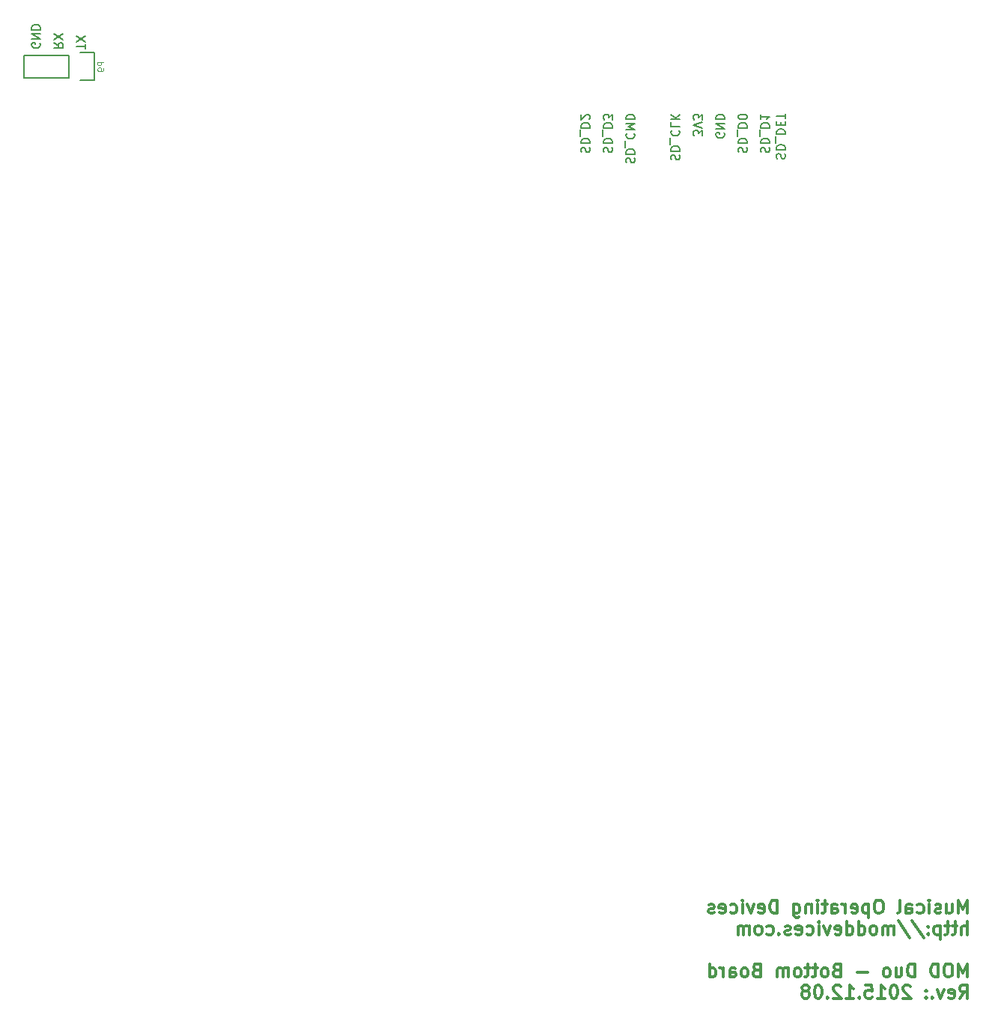
<source format=gbr>
G04 #@! TF.FileFunction,Legend,Bot*
%FSLAX46Y46*%
G04 Gerber Fmt 4.6, Leading zero omitted, Abs format (unit mm)*
G04 Created by KiCad (PCBNEW no-vcs-found-product) date Tue 08 Dec 2015 09:39:45 PM BRST*
%MOMM*%
G01*
G04 APERTURE LIST*
%ADD10C,0.100000*%
%ADD11C,0.150000*%
%ADD12C,0.300000*%
G04 APERTURE END LIST*
D10*
D11*
X88302298Y-32010957D02*
X88254679Y-31868100D01*
X88254679Y-31630004D01*
X88302298Y-31534766D01*
X88349917Y-31487147D01*
X88445155Y-31439528D01*
X88540393Y-31439528D01*
X88635631Y-31487147D01*
X88683250Y-31534766D01*
X88730870Y-31630004D01*
X88778489Y-31820481D01*
X88826108Y-31915719D01*
X88873727Y-31963338D01*
X88968965Y-32010957D01*
X89064203Y-32010957D01*
X89159441Y-31963338D01*
X89207060Y-31915719D01*
X89254679Y-31820481D01*
X89254679Y-31582385D01*
X89207060Y-31439528D01*
X88254679Y-31010957D02*
X89254679Y-31010957D01*
X89254679Y-30772862D01*
X89207060Y-30630004D01*
X89111822Y-30534766D01*
X89016584Y-30487147D01*
X88826108Y-30439528D01*
X88683250Y-30439528D01*
X88492774Y-30487147D01*
X88397536Y-30534766D01*
X88302298Y-30630004D01*
X88254679Y-30772862D01*
X88254679Y-31010957D01*
X88159441Y-30249052D02*
X88159441Y-29487147D01*
X88254679Y-29249052D02*
X89254679Y-29249052D01*
X89254679Y-29010957D01*
X89207060Y-28868099D01*
X89111822Y-28772861D01*
X89016584Y-28725242D01*
X88826108Y-28677623D01*
X88683250Y-28677623D01*
X88492774Y-28725242D01*
X88397536Y-28772861D01*
X88302298Y-28868099D01*
X88254679Y-29010957D01*
X88254679Y-29249052D01*
X88778489Y-28249052D02*
X88778489Y-27915718D01*
X88254679Y-27772861D02*
X88254679Y-28249052D01*
X89254679Y-28249052D01*
X89254679Y-27772861D01*
X89254679Y-27487147D02*
X89254679Y-26915718D01*
X88254679Y-27201433D02*
X89254679Y-27201433D01*
X82349060Y-29106194D02*
X82396679Y-29201432D01*
X82396679Y-29344289D01*
X82349060Y-29487147D01*
X82253822Y-29582385D01*
X82158584Y-29630004D01*
X81968108Y-29677623D01*
X81825250Y-29677623D01*
X81634774Y-29630004D01*
X81539536Y-29582385D01*
X81444298Y-29487147D01*
X81396679Y-29344289D01*
X81396679Y-29249051D01*
X81444298Y-29106194D01*
X81491917Y-29058575D01*
X81825250Y-29058575D01*
X81825250Y-29249051D01*
X81396679Y-28630004D02*
X82396679Y-28630004D01*
X81396679Y-28058575D01*
X82396679Y-28058575D01*
X81396679Y-27582385D02*
X82396679Y-27582385D01*
X82396679Y-27344290D01*
X82349060Y-27201432D01*
X82253822Y-27106194D01*
X82158584Y-27058575D01*
X81968108Y-27010956D01*
X81825250Y-27010956D01*
X81634774Y-27058575D01*
X81539536Y-27106194D01*
X81444298Y-27201432D01*
X81396679Y-27344290D01*
X81396679Y-27582385D01*
X79856679Y-29439528D02*
X79856679Y-28820480D01*
X79475727Y-29153814D01*
X79475727Y-29010956D01*
X79428108Y-28915718D01*
X79380489Y-28868099D01*
X79285250Y-28820480D01*
X79047155Y-28820480D01*
X78951917Y-28868099D01*
X78904298Y-28915718D01*
X78856679Y-29010956D01*
X78856679Y-29296671D01*
X78904298Y-29391909D01*
X78951917Y-29439528D01*
X79856679Y-28534766D02*
X78856679Y-28201433D01*
X79856679Y-27868099D01*
X79856679Y-27630004D02*
X79856679Y-27010956D01*
X79475727Y-27344290D01*
X79475727Y-27201432D01*
X79428108Y-27106194D01*
X79380489Y-27058575D01*
X79285250Y-27010956D01*
X79047155Y-27010956D01*
X78951917Y-27058575D01*
X78904298Y-27106194D01*
X78856679Y-27201432D01*
X78856679Y-27487147D01*
X78904298Y-27582385D01*
X78951917Y-27630004D01*
X83984298Y-31296671D02*
X83936679Y-31153814D01*
X83936679Y-30915718D01*
X83984298Y-30820480D01*
X84031917Y-30772861D01*
X84127155Y-30725242D01*
X84222393Y-30725242D01*
X84317631Y-30772861D01*
X84365250Y-30820480D01*
X84412870Y-30915718D01*
X84460489Y-31106195D01*
X84508108Y-31201433D01*
X84555727Y-31249052D01*
X84650965Y-31296671D01*
X84746203Y-31296671D01*
X84841441Y-31249052D01*
X84889060Y-31201433D01*
X84936679Y-31106195D01*
X84936679Y-30868099D01*
X84889060Y-30725242D01*
X83936679Y-30296671D02*
X84936679Y-30296671D01*
X84936679Y-30058576D01*
X84889060Y-29915718D01*
X84793822Y-29820480D01*
X84698584Y-29772861D01*
X84508108Y-29725242D01*
X84365250Y-29725242D01*
X84174774Y-29772861D01*
X84079536Y-29820480D01*
X83984298Y-29915718D01*
X83936679Y-30058576D01*
X83936679Y-30296671D01*
X83841441Y-29534766D02*
X83841441Y-28772861D01*
X83936679Y-28534766D02*
X84936679Y-28534766D01*
X84936679Y-28296671D01*
X84889060Y-28153813D01*
X84793822Y-28058575D01*
X84698584Y-28010956D01*
X84508108Y-27963337D01*
X84365250Y-27963337D01*
X84174774Y-28010956D01*
X84079536Y-28058575D01*
X83984298Y-28153813D01*
X83936679Y-28296671D01*
X83936679Y-28534766D01*
X84936679Y-27344290D02*
X84936679Y-27249051D01*
X84889060Y-27153813D01*
X84841441Y-27106194D01*
X84746203Y-27058575D01*
X84555727Y-27010956D01*
X84317631Y-27010956D01*
X84127155Y-27058575D01*
X84031917Y-27106194D01*
X83984298Y-27153813D01*
X83936679Y-27249051D01*
X83936679Y-27344290D01*
X83984298Y-27439528D01*
X84031917Y-27487147D01*
X84127155Y-27534766D01*
X84317631Y-27582385D01*
X84555727Y-27582385D01*
X84746203Y-27534766D01*
X84841441Y-27487147D01*
X84889060Y-27439528D01*
X84936679Y-27344290D01*
X86524298Y-31296671D02*
X86476679Y-31153814D01*
X86476679Y-30915718D01*
X86524298Y-30820480D01*
X86571917Y-30772861D01*
X86667155Y-30725242D01*
X86762393Y-30725242D01*
X86857631Y-30772861D01*
X86905250Y-30820480D01*
X86952870Y-30915718D01*
X87000489Y-31106195D01*
X87048108Y-31201433D01*
X87095727Y-31249052D01*
X87190965Y-31296671D01*
X87286203Y-31296671D01*
X87381441Y-31249052D01*
X87429060Y-31201433D01*
X87476679Y-31106195D01*
X87476679Y-30868099D01*
X87429060Y-30725242D01*
X86476679Y-30296671D02*
X87476679Y-30296671D01*
X87476679Y-30058576D01*
X87429060Y-29915718D01*
X87333822Y-29820480D01*
X87238584Y-29772861D01*
X87048108Y-29725242D01*
X86905250Y-29725242D01*
X86714774Y-29772861D01*
X86619536Y-29820480D01*
X86524298Y-29915718D01*
X86476679Y-30058576D01*
X86476679Y-30296671D01*
X86381441Y-29534766D02*
X86381441Y-28772861D01*
X86476679Y-28534766D02*
X87476679Y-28534766D01*
X87476679Y-28296671D01*
X87429060Y-28153813D01*
X87333822Y-28058575D01*
X87238584Y-28010956D01*
X87048108Y-27963337D01*
X86905250Y-27963337D01*
X86714774Y-28010956D01*
X86619536Y-28058575D01*
X86524298Y-28153813D01*
X86476679Y-28296671D01*
X86476679Y-28534766D01*
X86476679Y-27010956D02*
X86476679Y-27582385D01*
X86476679Y-27296671D02*
X87476679Y-27296671D01*
X87333822Y-27391909D01*
X87238584Y-27487147D01*
X87190965Y-27582385D01*
X76364298Y-32153814D02*
X76316679Y-32010957D01*
X76316679Y-31772861D01*
X76364298Y-31677623D01*
X76411917Y-31630004D01*
X76507155Y-31582385D01*
X76602393Y-31582385D01*
X76697631Y-31630004D01*
X76745250Y-31677623D01*
X76792870Y-31772861D01*
X76840489Y-31963338D01*
X76888108Y-32058576D01*
X76935727Y-32106195D01*
X77030965Y-32153814D01*
X77126203Y-32153814D01*
X77221441Y-32106195D01*
X77269060Y-32058576D01*
X77316679Y-31963338D01*
X77316679Y-31725242D01*
X77269060Y-31582385D01*
X76316679Y-31153814D02*
X77316679Y-31153814D01*
X77316679Y-30915719D01*
X77269060Y-30772861D01*
X77173822Y-30677623D01*
X77078584Y-30630004D01*
X76888108Y-30582385D01*
X76745250Y-30582385D01*
X76554774Y-30630004D01*
X76459536Y-30677623D01*
X76364298Y-30772861D01*
X76316679Y-30915719D01*
X76316679Y-31153814D01*
X76221441Y-30391909D02*
X76221441Y-29630004D01*
X76411917Y-28820480D02*
X76364298Y-28868099D01*
X76316679Y-29010956D01*
X76316679Y-29106194D01*
X76364298Y-29249052D01*
X76459536Y-29344290D01*
X76554774Y-29391909D01*
X76745250Y-29439528D01*
X76888108Y-29439528D01*
X77078584Y-29391909D01*
X77173822Y-29344290D01*
X77269060Y-29249052D01*
X77316679Y-29106194D01*
X77316679Y-29010956D01*
X77269060Y-28868099D01*
X77221441Y-28820480D01*
X76316679Y-27915718D02*
X76316679Y-28391909D01*
X77316679Y-28391909D01*
X76316679Y-27582385D02*
X77316679Y-27582385D01*
X76316679Y-27010956D02*
X76888108Y-27439528D01*
X77316679Y-27010956D02*
X76745250Y-27582385D01*
X71284298Y-32487147D02*
X71236679Y-32344290D01*
X71236679Y-32106194D01*
X71284298Y-32010956D01*
X71331917Y-31963337D01*
X71427155Y-31915718D01*
X71522393Y-31915718D01*
X71617631Y-31963337D01*
X71665250Y-32010956D01*
X71712870Y-32106194D01*
X71760489Y-32296671D01*
X71808108Y-32391909D01*
X71855727Y-32439528D01*
X71950965Y-32487147D01*
X72046203Y-32487147D01*
X72141441Y-32439528D01*
X72189060Y-32391909D01*
X72236679Y-32296671D01*
X72236679Y-32058575D01*
X72189060Y-31915718D01*
X71236679Y-31487147D02*
X72236679Y-31487147D01*
X72236679Y-31249052D01*
X72189060Y-31106194D01*
X72093822Y-31010956D01*
X71998584Y-30963337D01*
X71808108Y-30915718D01*
X71665250Y-30915718D01*
X71474774Y-30963337D01*
X71379536Y-31010956D01*
X71284298Y-31106194D01*
X71236679Y-31249052D01*
X71236679Y-31487147D01*
X71141441Y-30725242D02*
X71141441Y-29963337D01*
X71331917Y-29153813D02*
X71284298Y-29201432D01*
X71236679Y-29344289D01*
X71236679Y-29439527D01*
X71284298Y-29582385D01*
X71379536Y-29677623D01*
X71474774Y-29725242D01*
X71665250Y-29772861D01*
X71808108Y-29772861D01*
X71998584Y-29725242D01*
X72093822Y-29677623D01*
X72189060Y-29582385D01*
X72236679Y-29439527D01*
X72236679Y-29344289D01*
X72189060Y-29201432D01*
X72141441Y-29153813D01*
X71236679Y-28725242D02*
X72236679Y-28725242D01*
X71522393Y-28391908D01*
X72236679Y-28058575D01*
X71236679Y-28058575D01*
X71236679Y-27582385D02*
X72236679Y-27582385D01*
X72236679Y-27344290D01*
X72189060Y-27201432D01*
X72093822Y-27106194D01*
X71998584Y-27058575D01*
X71808108Y-27010956D01*
X71665250Y-27010956D01*
X71474774Y-27058575D01*
X71379536Y-27106194D01*
X71284298Y-27201432D01*
X71236679Y-27344290D01*
X71236679Y-27582385D01*
X66204298Y-31296671D02*
X66156679Y-31153814D01*
X66156679Y-30915718D01*
X66204298Y-30820480D01*
X66251917Y-30772861D01*
X66347155Y-30725242D01*
X66442393Y-30725242D01*
X66537631Y-30772861D01*
X66585250Y-30820480D01*
X66632870Y-30915718D01*
X66680489Y-31106195D01*
X66728108Y-31201433D01*
X66775727Y-31249052D01*
X66870965Y-31296671D01*
X66966203Y-31296671D01*
X67061441Y-31249052D01*
X67109060Y-31201433D01*
X67156679Y-31106195D01*
X67156679Y-30868099D01*
X67109060Y-30725242D01*
X66156679Y-30296671D02*
X67156679Y-30296671D01*
X67156679Y-30058576D01*
X67109060Y-29915718D01*
X67013822Y-29820480D01*
X66918584Y-29772861D01*
X66728108Y-29725242D01*
X66585250Y-29725242D01*
X66394774Y-29772861D01*
X66299536Y-29820480D01*
X66204298Y-29915718D01*
X66156679Y-30058576D01*
X66156679Y-30296671D01*
X66061441Y-29534766D02*
X66061441Y-28772861D01*
X66156679Y-28534766D02*
X67156679Y-28534766D01*
X67156679Y-28296671D01*
X67109060Y-28153813D01*
X67013822Y-28058575D01*
X66918584Y-28010956D01*
X66728108Y-27963337D01*
X66585250Y-27963337D01*
X66394774Y-28010956D01*
X66299536Y-28058575D01*
X66204298Y-28153813D01*
X66156679Y-28296671D01*
X66156679Y-28534766D01*
X67061441Y-27582385D02*
X67109060Y-27534766D01*
X67156679Y-27439528D01*
X67156679Y-27201432D01*
X67109060Y-27106194D01*
X67061441Y-27058575D01*
X66966203Y-27010956D01*
X66870965Y-27010956D01*
X66728108Y-27058575D01*
X66156679Y-27630004D01*
X66156679Y-27010956D01*
X68744298Y-31296671D02*
X68696679Y-31153814D01*
X68696679Y-30915718D01*
X68744298Y-30820480D01*
X68791917Y-30772861D01*
X68887155Y-30725242D01*
X68982393Y-30725242D01*
X69077631Y-30772861D01*
X69125250Y-30820480D01*
X69172870Y-30915718D01*
X69220489Y-31106195D01*
X69268108Y-31201433D01*
X69315727Y-31249052D01*
X69410965Y-31296671D01*
X69506203Y-31296671D01*
X69601441Y-31249052D01*
X69649060Y-31201433D01*
X69696679Y-31106195D01*
X69696679Y-30868099D01*
X69649060Y-30725242D01*
X68696679Y-30296671D02*
X69696679Y-30296671D01*
X69696679Y-30058576D01*
X69649060Y-29915718D01*
X69553822Y-29820480D01*
X69458584Y-29772861D01*
X69268108Y-29725242D01*
X69125250Y-29725242D01*
X68934774Y-29772861D01*
X68839536Y-29820480D01*
X68744298Y-29915718D01*
X68696679Y-30058576D01*
X68696679Y-30296671D01*
X68601441Y-29534766D02*
X68601441Y-28772861D01*
X68696679Y-28534766D02*
X69696679Y-28534766D01*
X69696679Y-28296671D01*
X69649060Y-28153813D01*
X69553822Y-28058575D01*
X69458584Y-28010956D01*
X69268108Y-27963337D01*
X69125250Y-27963337D01*
X68934774Y-28010956D01*
X68839536Y-28058575D01*
X68744298Y-28153813D01*
X68696679Y-28296671D01*
X68696679Y-28534766D01*
X69696679Y-27630004D02*
X69696679Y-27010956D01*
X69315727Y-27344290D01*
X69315727Y-27201432D01*
X69268108Y-27106194D01*
X69220489Y-27058575D01*
X69125250Y-27010956D01*
X68887155Y-27010956D01*
X68791917Y-27058575D01*
X68744298Y-27106194D01*
X68696679Y-27201432D01*
X68696679Y-27487147D01*
X68744298Y-27582385D01*
X68791917Y-27630004D01*
X4967860Y-18953575D02*
X5015479Y-19048813D01*
X5015479Y-19191670D01*
X4967860Y-19334528D01*
X4872622Y-19429766D01*
X4777384Y-19477385D01*
X4586908Y-19525004D01*
X4444050Y-19525004D01*
X4253574Y-19477385D01*
X4158336Y-19429766D01*
X4063098Y-19334528D01*
X4015479Y-19191670D01*
X4015479Y-19096432D01*
X4063098Y-18953575D01*
X4110717Y-18905956D01*
X4444050Y-18905956D01*
X4444050Y-19096432D01*
X4015479Y-18477385D02*
X5015479Y-18477385D01*
X4015479Y-17905956D01*
X5015479Y-17905956D01*
X4015479Y-17429766D02*
X5015479Y-17429766D01*
X5015479Y-17191671D01*
X4967860Y-17048813D01*
X4872622Y-16953575D01*
X4777384Y-16905956D01*
X4586908Y-16858337D01*
X4444050Y-16858337D01*
X4253574Y-16905956D01*
X4158336Y-16953575D01*
X4063098Y-17048813D01*
X4015479Y-17191671D01*
X4015479Y-17429766D01*
X6580879Y-18905956D02*
X7057070Y-19239290D01*
X6580879Y-19477385D02*
X7580879Y-19477385D01*
X7580879Y-19096432D01*
X7533260Y-19001194D01*
X7485641Y-18953575D01*
X7390403Y-18905956D01*
X7247546Y-18905956D01*
X7152308Y-18953575D01*
X7104689Y-19001194D01*
X7057070Y-19096432D01*
X7057070Y-19477385D01*
X7580879Y-18572623D02*
X6580879Y-17905956D01*
X7580879Y-17905956D02*
X6580879Y-18572623D01*
X10095479Y-19620242D02*
X10095479Y-19048813D01*
X9095479Y-19334528D02*
X10095479Y-19334528D01*
X10095479Y-18810718D02*
X9095479Y-18144051D01*
X10095479Y-18144051D02*
X9095479Y-18810718D01*
D12*
X109830597Y-117315971D02*
X109830597Y-115815971D01*
X109330597Y-116887400D01*
X108830597Y-115815971D01*
X108830597Y-117315971D01*
X107473454Y-116315971D02*
X107473454Y-117315971D01*
X108116311Y-116315971D02*
X108116311Y-117101686D01*
X108044883Y-117244543D01*
X107902025Y-117315971D01*
X107687740Y-117315971D01*
X107544883Y-117244543D01*
X107473454Y-117173114D01*
X106830597Y-117244543D02*
X106687740Y-117315971D01*
X106402025Y-117315971D01*
X106259168Y-117244543D01*
X106187740Y-117101686D01*
X106187740Y-117030257D01*
X106259168Y-116887400D01*
X106402025Y-116815971D01*
X106616311Y-116815971D01*
X106759168Y-116744543D01*
X106830597Y-116601686D01*
X106830597Y-116530257D01*
X106759168Y-116387400D01*
X106616311Y-116315971D01*
X106402025Y-116315971D01*
X106259168Y-116387400D01*
X105544882Y-117315971D02*
X105544882Y-116315971D01*
X105544882Y-115815971D02*
X105616311Y-115887400D01*
X105544882Y-115958829D01*
X105473454Y-115887400D01*
X105544882Y-115815971D01*
X105544882Y-115958829D01*
X104187739Y-117244543D02*
X104330596Y-117315971D01*
X104616310Y-117315971D01*
X104759168Y-117244543D01*
X104830596Y-117173114D01*
X104902025Y-117030257D01*
X104902025Y-116601686D01*
X104830596Y-116458829D01*
X104759168Y-116387400D01*
X104616310Y-116315971D01*
X104330596Y-116315971D01*
X104187739Y-116387400D01*
X102902025Y-117315971D02*
X102902025Y-116530257D01*
X102973454Y-116387400D01*
X103116311Y-116315971D01*
X103402025Y-116315971D01*
X103544882Y-116387400D01*
X102902025Y-117244543D02*
X103044882Y-117315971D01*
X103402025Y-117315971D01*
X103544882Y-117244543D01*
X103616311Y-117101686D01*
X103616311Y-116958829D01*
X103544882Y-116815971D01*
X103402025Y-116744543D01*
X103044882Y-116744543D01*
X102902025Y-116673114D01*
X101973453Y-117315971D02*
X102116311Y-117244543D01*
X102187739Y-117101686D01*
X102187739Y-115815971D01*
X99973454Y-115815971D02*
X99687740Y-115815971D01*
X99544882Y-115887400D01*
X99402025Y-116030257D01*
X99330597Y-116315971D01*
X99330597Y-116815971D01*
X99402025Y-117101686D01*
X99544882Y-117244543D01*
X99687740Y-117315971D01*
X99973454Y-117315971D01*
X100116311Y-117244543D01*
X100259168Y-117101686D01*
X100330597Y-116815971D01*
X100330597Y-116315971D01*
X100259168Y-116030257D01*
X100116311Y-115887400D01*
X99973454Y-115815971D01*
X98687739Y-116315971D02*
X98687739Y-117815971D01*
X98687739Y-116387400D02*
X98544882Y-116315971D01*
X98259168Y-116315971D01*
X98116311Y-116387400D01*
X98044882Y-116458829D01*
X97973453Y-116601686D01*
X97973453Y-117030257D01*
X98044882Y-117173114D01*
X98116311Y-117244543D01*
X98259168Y-117315971D01*
X98544882Y-117315971D01*
X98687739Y-117244543D01*
X96759168Y-117244543D02*
X96902025Y-117315971D01*
X97187739Y-117315971D01*
X97330596Y-117244543D01*
X97402025Y-117101686D01*
X97402025Y-116530257D01*
X97330596Y-116387400D01*
X97187739Y-116315971D01*
X96902025Y-116315971D01*
X96759168Y-116387400D01*
X96687739Y-116530257D01*
X96687739Y-116673114D01*
X97402025Y-116815971D01*
X96044882Y-117315971D02*
X96044882Y-116315971D01*
X96044882Y-116601686D02*
X95973454Y-116458829D01*
X95902025Y-116387400D01*
X95759168Y-116315971D01*
X95616311Y-116315971D01*
X94473454Y-117315971D02*
X94473454Y-116530257D01*
X94544883Y-116387400D01*
X94687740Y-116315971D01*
X94973454Y-116315971D01*
X95116311Y-116387400D01*
X94473454Y-117244543D02*
X94616311Y-117315971D01*
X94973454Y-117315971D01*
X95116311Y-117244543D01*
X95187740Y-117101686D01*
X95187740Y-116958829D01*
X95116311Y-116815971D01*
X94973454Y-116744543D01*
X94616311Y-116744543D01*
X94473454Y-116673114D01*
X93973454Y-116315971D02*
X93402025Y-116315971D01*
X93759168Y-115815971D02*
X93759168Y-117101686D01*
X93687740Y-117244543D01*
X93544882Y-117315971D01*
X93402025Y-117315971D01*
X92902025Y-117315971D02*
X92902025Y-116315971D01*
X92902025Y-115815971D02*
X92973454Y-115887400D01*
X92902025Y-115958829D01*
X92830597Y-115887400D01*
X92902025Y-115815971D01*
X92902025Y-115958829D01*
X92187739Y-116315971D02*
X92187739Y-117315971D01*
X92187739Y-116458829D02*
X92116311Y-116387400D01*
X91973453Y-116315971D01*
X91759168Y-116315971D01*
X91616311Y-116387400D01*
X91544882Y-116530257D01*
X91544882Y-117315971D01*
X90187739Y-116315971D02*
X90187739Y-117530257D01*
X90259168Y-117673114D01*
X90330596Y-117744543D01*
X90473453Y-117815971D01*
X90687739Y-117815971D01*
X90830596Y-117744543D01*
X90187739Y-117244543D02*
X90330596Y-117315971D01*
X90616310Y-117315971D01*
X90759168Y-117244543D01*
X90830596Y-117173114D01*
X90902025Y-117030257D01*
X90902025Y-116601686D01*
X90830596Y-116458829D01*
X90759168Y-116387400D01*
X90616310Y-116315971D01*
X90330596Y-116315971D01*
X90187739Y-116387400D01*
X88330596Y-117315971D02*
X88330596Y-115815971D01*
X87973453Y-115815971D01*
X87759168Y-115887400D01*
X87616310Y-116030257D01*
X87544882Y-116173114D01*
X87473453Y-116458829D01*
X87473453Y-116673114D01*
X87544882Y-116958829D01*
X87616310Y-117101686D01*
X87759168Y-117244543D01*
X87973453Y-117315971D01*
X88330596Y-117315971D01*
X86259168Y-117244543D02*
X86402025Y-117315971D01*
X86687739Y-117315971D01*
X86830596Y-117244543D01*
X86902025Y-117101686D01*
X86902025Y-116530257D01*
X86830596Y-116387400D01*
X86687739Y-116315971D01*
X86402025Y-116315971D01*
X86259168Y-116387400D01*
X86187739Y-116530257D01*
X86187739Y-116673114D01*
X86902025Y-116815971D01*
X85687739Y-116315971D02*
X85330596Y-117315971D01*
X84973454Y-116315971D01*
X84402025Y-117315971D02*
X84402025Y-116315971D01*
X84402025Y-115815971D02*
X84473454Y-115887400D01*
X84402025Y-115958829D01*
X84330597Y-115887400D01*
X84402025Y-115815971D01*
X84402025Y-115958829D01*
X83044882Y-117244543D02*
X83187739Y-117315971D01*
X83473453Y-117315971D01*
X83616311Y-117244543D01*
X83687739Y-117173114D01*
X83759168Y-117030257D01*
X83759168Y-116601686D01*
X83687739Y-116458829D01*
X83616311Y-116387400D01*
X83473453Y-116315971D01*
X83187739Y-116315971D01*
X83044882Y-116387400D01*
X81830597Y-117244543D02*
X81973454Y-117315971D01*
X82259168Y-117315971D01*
X82402025Y-117244543D01*
X82473454Y-117101686D01*
X82473454Y-116530257D01*
X82402025Y-116387400D01*
X82259168Y-116315971D01*
X81973454Y-116315971D01*
X81830597Y-116387400D01*
X81759168Y-116530257D01*
X81759168Y-116673114D01*
X82473454Y-116815971D01*
X81187740Y-117244543D02*
X81044883Y-117315971D01*
X80759168Y-117315971D01*
X80616311Y-117244543D01*
X80544883Y-117101686D01*
X80544883Y-117030257D01*
X80616311Y-116887400D01*
X80759168Y-116815971D01*
X80973454Y-116815971D01*
X81116311Y-116744543D01*
X81187740Y-116601686D01*
X81187740Y-116530257D01*
X81116311Y-116387400D01*
X80973454Y-116315971D01*
X80759168Y-116315971D01*
X80616311Y-116387400D01*
X109830597Y-119715971D02*
X109830597Y-118215971D01*
X109187740Y-119715971D02*
X109187740Y-118930257D01*
X109259169Y-118787400D01*
X109402026Y-118715971D01*
X109616311Y-118715971D01*
X109759169Y-118787400D01*
X109830597Y-118858829D01*
X108687740Y-118715971D02*
X108116311Y-118715971D01*
X108473454Y-118215971D02*
X108473454Y-119501686D01*
X108402026Y-119644543D01*
X108259168Y-119715971D01*
X108116311Y-119715971D01*
X107830597Y-118715971D02*
X107259168Y-118715971D01*
X107616311Y-118215971D02*
X107616311Y-119501686D01*
X107544883Y-119644543D01*
X107402025Y-119715971D01*
X107259168Y-119715971D01*
X106759168Y-118715971D02*
X106759168Y-120215971D01*
X106759168Y-118787400D02*
X106616311Y-118715971D01*
X106330597Y-118715971D01*
X106187740Y-118787400D01*
X106116311Y-118858829D01*
X106044882Y-119001686D01*
X106044882Y-119430257D01*
X106116311Y-119573114D01*
X106187740Y-119644543D01*
X106330597Y-119715971D01*
X106616311Y-119715971D01*
X106759168Y-119644543D01*
X105402025Y-119573114D02*
X105330597Y-119644543D01*
X105402025Y-119715971D01*
X105473454Y-119644543D01*
X105402025Y-119573114D01*
X105402025Y-119715971D01*
X105402025Y-118787400D02*
X105330597Y-118858829D01*
X105402025Y-118930257D01*
X105473454Y-118858829D01*
X105402025Y-118787400D01*
X105402025Y-118930257D01*
X103616311Y-118144543D02*
X104902025Y-120073114D01*
X102044882Y-118144543D02*
X103330596Y-120073114D01*
X101544881Y-119715971D02*
X101544881Y-118715971D01*
X101544881Y-118858829D02*
X101473453Y-118787400D01*
X101330595Y-118715971D01*
X101116310Y-118715971D01*
X100973453Y-118787400D01*
X100902024Y-118930257D01*
X100902024Y-119715971D01*
X100902024Y-118930257D02*
X100830595Y-118787400D01*
X100687738Y-118715971D01*
X100473453Y-118715971D01*
X100330595Y-118787400D01*
X100259167Y-118930257D01*
X100259167Y-119715971D01*
X99330595Y-119715971D02*
X99473453Y-119644543D01*
X99544881Y-119573114D01*
X99616310Y-119430257D01*
X99616310Y-119001686D01*
X99544881Y-118858829D01*
X99473453Y-118787400D01*
X99330595Y-118715971D01*
X99116310Y-118715971D01*
X98973453Y-118787400D01*
X98902024Y-118858829D01*
X98830595Y-119001686D01*
X98830595Y-119430257D01*
X98902024Y-119573114D01*
X98973453Y-119644543D01*
X99116310Y-119715971D01*
X99330595Y-119715971D01*
X97544881Y-119715971D02*
X97544881Y-118215971D01*
X97544881Y-119644543D02*
X97687738Y-119715971D01*
X97973452Y-119715971D01*
X98116310Y-119644543D01*
X98187738Y-119573114D01*
X98259167Y-119430257D01*
X98259167Y-119001686D01*
X98187738Y-118858829D01*
X98116310Y-118787400D01*
X97973452Y-118715971D01*
X97687738Y-118715971D01*
X97544881Y-118787400D01*
X96187738Y-119715971D02*
X96187738Y-118215971D01*
X96187738Y-119644543D02*
X96330595Y-119715971D01*
X96616309Y-119715971D01*
X96759167Y-119644543D01*
X96830595Y-119573114D01*
X96902024Y-119430257D01*
X96902024Y-119001686D01*
X96830595Y-118858829D01*
X96759167Y-118787400D01*
X96616309Y-118715971D01*
X96330595Y-118715971D01*
X96187738Y-118787400D01*
X94902024Y-119644543D02*
X95044881Y-119715971D01*
X95330595Y-119715971D01*
X95473452Y-119644543D01*
X95544881Y-119501686D01*
X95544881Y-118930257D01*
X95473452Y-118787400D01*
X95330595Y-118715971D01*
X95044881Y-118715971D01*
X94902024Y-118787400D01*
X94830595Y-118930257D01*
X94830595Y-119073114D01*
X95544881Y-119215971D01*
X94330595Y-118715971D02*
X93973452Y-119715971D01*
X93616310Y-118715971D01*
X93044881Y-119715971D02*
X93044881Y-118715971D01*
X93044881Y-118215971D02*
X93116310Y-118287400D01*
X93044881Y-118358829D01*
X92973453Y-118287400D01*
X93044881Y-118215971D01*
X93044881Y-118358829D01*
X91687738Y-119644543D02*
X91830595Y-119715971D01*
X92116309Y-119715971D01*
X92259167Y-119644543D01*
X92330595Y-119573114D01*
X92402024Y-119430257D01*
X92402024Y-119001686D01*
X92330595Y-118858829D01*
X92259167Y-118787400D01*
X92116309Y-118715971D01*
X91830595Y-118715971D01*
X91687738Y-118787400D01*
X90473453Y-119644543D02*
X90616310Y-119715971D01*
X90902024Y-119715971D01*
X91044881Y-119644543D01*
X91116310Y-119501686D01*
X91116310Y-118930257D01*
X91044881Y-118787400D01*
X90902024Y-118715971D01*
X90616310Y-118715971D01*
X90473453Y-118787400D01*
X90402024Y-118930257D01*
X90402024Y-119073114D01*
X91116310Y-119215971D01*
X89830596Y-119644543D02*
X89687739Y-119715971D01*
X89402024Y-119715971D01*
X89259167Y-119644543D01*
X89187739Y-119501686D01*
X89187739Y-119430257D01*
X89259167Y-119287400D01*
X89402024Y-119215971D01*
X89616310Y-119215971D01*
X89759167Y-119144543D01*
X89830596Y-119001686D01*
X89830596Y-118930257D01*
X89759167Y-118787400D01*
X89616310Y-118715971D01*
X89402024Y-118715971D01*
X89259167Y-118787400D01*
X88544881Y-119573114D02*
X88473453Y-119644543D01*
X88544881Y-119715971D01*
X88616310Y-119644543D01*
X88544881Y-119573114D01*
X88544881Y-119715971D01*
X87187738Y-119644543D02*
X87330595Y-119715971D01*
X87616309Y-119715971D01*
X87759167Y-119644543D01*
X87830595Y-119573114D01*
X87902024Y-119430257D01*
X87902024Y-119001686D01*
X87830595Y-118858829D01*
X87759167Y-118787400D01*
X87616309Y-118715971D01*
X87330595Y-118715971D01*
X87187738Y-118787400D01*
X86330595Y-119715971D02*
X86473453Y-119644543D01*
X86544881Y-119573114D01*
X86616310Y-119430257D01*
X86616310Y-119001686D01*
X86544881Y-118858829D01*
X86473453Y-118787400D01*
X86330595Y-118715971D01*
X86116310Y-118715971D01*
X85973453Y-118787400D01*
X85902024Y-118858829D01*
X85830595Y-119001686D01*
X85830595Y-119430257D01*
X85902024Y-119573114D01*
X85973453Y-119644543D01*
X86116310Y-119715971D01*
X86330595Y-119715971D01*
X85187738Y-119715971D02*
X85187738Y-118715971D01*
X85187738Y-118858829D02*
X85116310Y-118787400D01*
X84973452Y-118715971D01*
X84759167Y-118715971D01*
X84616310Y-118787400D01*
X84544881Y-118930257D01*
X84544881Y-119715971D01*
X84544881Y-118930257D02*
X84473452Y-118787400D01*
X84330595Y-118715971D01*
X84116310Y-118715971D01*
X83973452Y-118787400D01*
X83902024Y-118930257D01*
X83902024Y-119715971D01*
X109830597Y-124515971D02*
X109830597Y-123015971D01*
X109330597Y-124087400D01*
X108830597Y-123015971D01*
X108830597Y-124515971D01*
X107830597Y-123015971D02*
X107544883Y-123015971D01*
X107402025Y-123087400D01*
X107259168Y-123230257D01*
X107187740Y-123515971D01*
X107187740Y-124015971D01*
X107259168Y-124301686D01*
X107402025Y-124444543D01*
X107544883Y-124515971D01*
X107830597Y-124515971D01*
X107973454Y-124444543D01*
X108116311Y-124301686D01*
X108187740Y-124015971D01*
X108187740Y-123515971D01*
X108116311Y-123230257D01*
X107973454Y-123087400D01*
X107830597Y-123015971D01*
X106544882Y-124515971D02*
X106544882Y-123015971D01*
X106187739Y-123015971D01*
X105973454Y-123087400D01*
X105830596Y-123230257D01*
X105759168Y-123373114D01*
X105687739Y-123658829D01*
X105687739Y-123873114D01*
X105759168Y-124158829D01*
X105830596Y-124301686D01*
X105973454Y-124444543D01*
X106187739Y-124515971D01*
X106544882Y-124515971D01*
X103902025Y-124515971D02*
X103902025Y-123015971D01*
X103544882Y-123015971D01*
X103330597Y-123087400D01*
X103187739Y-123230257D01*
X103116311Y-123373114D01*
X103044882Y-123658829D01*
X103044882Y-123873114D01*
X103116311Y-124158829D01*
X103187739Y-124301686D01*
X103330597Y-124444543D01*
X103544882Y-124515971D01*
X103902025Y-124515971D01*
X101759168Y-123515971D02*
X101759168Y-124515971D01*
X102402025Y-123515971D02*
X102402025Y-124301686D01*
X102330597Y-124444543D01*
X102187739Y-124515971D01*
X101973454Y-124515971D01*
X101830597Y-124444543D01*
X101759168Y-124373114D01*
X100830596Y-124515971D02*
X100973454Y-124444543D01*
X101044882Y-124373114D01*
X101116311Y-124230257D01*
X101116311Y-123801686D01*
X101044882Y-123658829D01*
X100973454Y-123587400D01*
X100830596Y-123515971D01*
X100616311Y-123515971D01*
X100473454Y-123587400D01*
X100402025Y-123658829D01*
X100330596Y-123801686D01*
X100330596Y-124230257D01*
X100402025Y-124373114D01*
X100473454Y-124444543D01*
X100616311Y-124515971D01*
X100830596Y-124515971D01*
X98544882Y-123944543D02*
X97402025Y-123944543D01*
X95044882Y-123730257D02*
X94830596Y-123801686D01*
X94759168Y-123873114D01*
X94687739Y-124015971D01*
X94687739Y-124230257D01*
X94759168Y-124373114D01*
X94830596Y-124444543D01*
X94973454Y-124515971D01*
X95544882Y-124515971D01*
X95544882Y-123015971D01*
X95044882Y-123015971D01*
X94902025Y-123087400D01*
X94830596Y-123158829D01*
X94759168Y-123301686D01*
X94759168Y-123444543D01*
X94830596Y-123587400D01*
X94902025Y-123658829D01*
X95044882Y-123730257D01*
X95544882Y-123730257D01*
X93830596Y-124515971D02*
X93973454Y-124444543D01*
X94044882Y-124373114D01*
X94116311Y-124230257D01*
X94116311Y-123801686D01*
X94044882Y-123658829D01*
X93973454Y-123587400D01*
X93830596Y-123515971D01*
X93616311Y-123515971D01*
X93473454Y-123587400D01*
X93402025Y-123658829D01*
X93330596Y-123801686D01*
X93330596Y-124230257D01*
X93402025Y-124373114D01*
X93473454Y-124444543D01*
X93616311Y-124515971D01*
X93830596Y-124515971D01*
X92902025Y-123515971D02*
X92330596Y-123515971D01*
X92687739Y-123015971D02*
X92687739Y-124301686D01*
X92616311Y-124444543D01*
X92473453Y-124515971D01*
X92330596Y-124515971D01*
X92044882Y-123515971D02*
X91473453Y-123515971D01*
X91830596Y-123015971D02*
X91830596Y-124301686D01*
X91759168Y-124444543D01*
X91616310Y-124515971D01*
X91473453Y-124515971D01*
X90759167Y-124515971D02*
X90902025Y-124444543D01*
X90973453Y-124373114D01*
X91044882Y-124230257D01*
X91044882Y-123801686D01*
X90973453Y-123658829D01*
X90902025Y-123587400D01*
X90759167Y-123515971D01*
X90544882Y-123515971D01*
X90402025Y-123587400D01*
X90330596Y-123658829D01*
X90259167Y-123801686D01*
X90259167Y-124230257D01*
X90330596Y-124373114D01*
X90402025Y-124444543D01*
X90544882Y-124515971D01*
X90759167Y-124515971D01*
X89616310Y-124515971D02*
X89616310Y-123515971D01*
X89616310Y-123658829D02*
X89544882Y-123587400D01*
X89402024Y-123515971D01*
X89187739Y-123515971D01*
X89044882Y-123587400D01*
X88973453Y-123730257D01*
X88973453Y-124515971D01*
X88973453Y-123730257D02*
X88902024Y-123587400D01*
X88759167Y-123515971D01*
X88544882Y-123515971D01*
X88402024Y-123587400D01*
X88330596Y-123730257D01*
X88330596Y-124515971D01*
X85973453Y-123730257D02*
X85759167Y-123801686D01*
X85687739Y-123873114D01*
X85616310Y-124015971D01*
X85616310Y-124230257D01*
X85687739Y-124373114D01*
X85759167Y-124444543D01*
X85902025Y-124515971D01*
X86473453Y-124515971D01*
X86473453Y-123015971D01*
X85973453Y-123015971D01*
X85830596Y-123087400D01*
X85759167Y-123158829D01*
X85687739Y-123301686D01*
X85687739Y-123444543D01*
X85759167Y-123587400D01*
X85830596Y-123658829D01*
X85973453Y-123730257D01*
X86473453Y-123730257D01*
X84759167Y-124515971D02*
X84902025Y-124444543D01*
X84973453Y-124373114D01*
X85044882Y-124230257D01*
X85044882Y-123801686D01*
X84973453Y-123658829D01*
X84902025Y-123587400D01*
X84759167Y-123515971D01*
X84544882Y-123515971D01*
X84402025Y-123587400D01*
X84330596Y-123658829D01*
X84259167Y-123801686D01*
X84259167Y-124230257D01*
X84330596Y-124373114D01*
X84402025Y-124444543D01*
X84544882Y-124515971D01*
X84759167Y-124515971D01*
X82973453Y-124515971D02*
X82973453Y-123730257D01*
X83044882Y-123587400D01*
X83187739Y-123515971D01*
X83473453Y-123515971D01*
X83616310Y-123587400D01*
X82973453Y-124444543D02*
X83116310Y-124515971D01*
X83473453Y-124515971D01*
X83616310Y-124444543D01*
X83687739Y-124301686D01*
X83687739Y-124158829D01*
X83616310Y-124015971D01*
X83473453Y-123944543D01*
X83116310Y-123944543D01*
X82973453Y-123873114D01*
X82259167Y-124515971D02*
X82259167Y-123515971D01*
X82259167Y-123801686D02*
X82187739Y-123658829D01*
X82116310Y-123587400D01*
X81973453Y-123515971D01*
X81830596Y-123515971D01*
X80687739Y-124515971D02*
X80687739Y-123015971D01*
X80687739Y-124444543D02*
X80830596Y-124515971D01*
X81116310Y-124515971D01*
X81259168Y-124444543D01*
X81330596Y-124373114D01*
X81402025Y-124230257D01*
X81402025Y-123801686D01*
X81330596Y-123658829D01*
X81259168Y-123587400D01*
X81116310Y-123515971D01*
X80830596Y-123515971D01*
X80687739Y-123587400D01*
X108973454Y-126915971D02*
X109473454Y-126201686D01*
X109830597Y-126915971D02*
X109830597Y-125415971D01*
X109259169Y-125415971D01*
X109116311Y-125487400D01*
X109044883Y-125558829D01*
X108973454Y-125701686D01*
X108973454Y-125915971D01*
X109044883Y-126058829D01*
X109116311Y-126130257D01*
X109259169Y-126201686D01*
X109830597Y-126201686D01*
X107759169Y-126844543D02*
X107902026Y-126915971D01*
X108187740Y-126915971D01*
X108330597Y-126844543D01*
X108402026Y-126701686D01*
X108402026Y-126130257D01*
X108330597Y-125987400D01*
X108187740Y-125915971D01*
X107902026Y-125915971D01*
X107759169Y-125987400D01*
X107687740Y-126130257D01*
X107687740Y-126273114D01*
X108402026Y-126415971D01*
X107187740Y-125915971D02*
X106830597Y-126915971D01*
X106473455Y-125915971D01*
X105902026Y-126773114D02*
X105830598Y-126844543D01*
X105902026Y-126915971D01*
X105973455Y-126844543D01*
X105902026Y-126773114D01*
X105902026Y-126915971D01*
X105187740Y-126773114D02*
X105116312Y-126844543D01*
X105187740Y-126915971D01*
X105259169Y-126844543D01*
X105187740Y-126773114D01*
X105187740Y-126915971D01*
X105187740Y-125987400D02*
X105116312Y-126058829D01*
X105187740Y-126130257D01*
X105259169Y-126058829D01*
X105187740Y-125987400D01*
X105187740Y-126130257D01*
X103402026Y-125558829D02*
X103330597Y-125487400D01*
X103187740Y-125415971D01*
X102830597Y-125415971D01*
X102687740Y-125487400D01*
X102616311Y-125558829D01*
X102544883Y-125701686D01*
X102544883Y-125844543D01*
X102616311Y-126058829D01*
X103473454Y-126915971D01*
X102544883Y-126915971D01*
X101616312Y-125415971D02*
X101473455Y-125415971D01*
X101330598Y-125487400D01*
X101259169Y-125558829D01*
X101187740Y-125701686D01*
X101116312Y-125987400D01*
X101116312Y-126344543D01*
X101187740Y-126630257D01*
X101259169Y-126773114D01*
X101330598Y-126844543D01*
X101473455Y-126915971D01*
X101616312Y-126915971D01*
X101759169Y-126844543D01*
X101830598Y-126773114D01*
X101902026Y-126630257D01*
X101973455Y-126344543D01*
X101973455Y-125987400D01*
X101902026Y-125701686D01*
X101830598Y-125558829D01*
X101759169Y-125487400D01*
X101616312Y-125415971D01*
X99687741Y-126915971D02*
X100544884Y-126915971D01*
X100116312Y-126915971D02*
X100116312Y-125415971D01*
X100259169Y-125630257D01*
X100402027Y-125773114D01*
X100544884Y-125844543D01*
X98330598Y-125415971D02*
X99044884Y-125415971D01*
X99116313Y-126130257D01*
X99044884Y-126058829D01*
X98902027Y-125987400D01*
X98544884Y-125987400D01*
X98402027Y-126058829D01*
X98330598Y-126130257D01*
X98259170Y-126273114D01*
X98259170Y-126630257D01*
X98330598Y-126773114D01*
X98402027Y-126844543D01*
X98544884Y-126915971D01*
X98902027Y-126915971D01*
X99044884Y-126844543D01*
X99116313Y-126773114D01*
X97616313Y-126773114D02*
X97544885Y-126844543D01*
X97616313Y-126915971D01*
X97687742Y-126844543D01*
X97616313Y-126773114D01*
X97616313Y-126915971D01*
X96116313Y-126915971D02*
X96973456Y-126915971D01*
X96544884Y-126915971D02*
X96544884Y-125415971D01*
X96687741Y-125630257D01*
X96830599Y-125773114D01*
X96973456Y-125844543D01*
X95544885Y-125558829D02*
X95473456Y-125487400D01*
X95330599Y-125415971D01*
X94973456Y-125415971D01*
X94830599Y-125487400D01*
X94759170Y-125558829D01*
X94687742Y-125701686D01*
X94687742Y-125844543D01*
X94759170Y-126058829D01*
X95616313Y-126915971D01*
X94687742Y-126915971D01*
X94044885Y-126773114D02*
X93973457Y-126844543D01*
X94044885Y-126915971D01*
X94116314Y-126844543D01*
X94044885Y-126773114D01*
X94044885Y-126915971D01*
X93044885Y-125415971D02*
X92902028Y-125415971D01*
X92759171Y-125487400D01*
X92687742Y-125558829D01*
X92616313Y-125701686D01*
X92544885Y-125987400D01*
X92544885Y-126344543D01*
X92616313Y-126630257D01*
X92687742Y-126773114D01*
X92759171Y-126844543D01*
X92902028Y-126915971D01*
X93044885Y-126915971D01*
X93187742Y-126844543D01*
X93259171Y-126773114D01*
X93330599Y-126630257D01*
X93402028Y-126344543D01*
X93402028Y-125987400D01*
X93330599Y-125701686D01*
X93259171Y-125558829D01*
X93187742Y-125487400D01*
X93044885Y-125415971D01*
X91687742Y-126058829D02*
X91830600Y-125987400D01*
X91902028Y-125915971D01*
X91973457Y-125773114D01*
X91973457Y-125701686D01*
X91902028Y-125558829D01*
X91830600Y-125487400D01*
X91687742Y-125415971D01*
X91402028Y-125415971D01*
X91259171Y-125487400D01*
X91187742Y-125558829D01*
X91116314Y-125701686D01*
X91116314Y-125773114D01*
X91187742Y-125915971D01*
X91259171Y-125987400D01*
X91402028Y-126058829D01*
X91687742Y-126058829D01*
X91830600Y-126130257D01*
X91902028Y-126201686D01*
X91973457Y-126344543D01*
X91973457Y-126630257D01*
X91902028Y-126773114D01*
X91830600Y-126844543D01*
X91687742Y-126915971D01*
X91402028Y-126915971D01*
X91259171Y-126844543D01*
X91187742Y-126773114D01*
X91116314Y-126630257D01*
X91116314Y-126344543D01*
X91187742Y-126201686D01*
X91259171Y-126130257D01*
X91402028Y-126058829D01*
D11*
X8277860Y-22865080D02*
X3197860Y-22865080D01*
X3197860Y-22865080D02*
X3197860Y-20325080D01*
X3197860Y-20325080D02*
X8277860Y-20325080D01*
X11097860Y-20045080D02*
X9547860Y-20045080D01*
X8277860Y-20325080D02*
X8277860Y-22865080D01*
X9547860Y-23145080D02*
X11097860Y-23145080D01*
X11097860Y-23145080D02*
X11097860Y-20045080D01*
D10*
X12175927Y-21078414D02*
X11475927Y-21078414D01*
X11475927Y-21345080D01*
X11509260Y-21411747D01*
X11542593Y-21445080D01*
X11609260Y-21478414D01*
X11709260Y-21478414D01*
X11775927Y-21445080D01*
X11809260Y-21411747D01*
X11842593Y-21345080D01*
X11842593Y-21078414D01*
X12175927Y-21811747D02*
X12175927Y-21945080D01*
X12142593Y-22011747D01*
X12109260Y-22045080D01*
X12009260Y-22111747D01*
X11875927Y-22145080D01*
X11609260Y-22145080D01*
X11542593Y-22111747D01*
X11509260Y-22078414D01*
X11475927Y-22011747D01*
X11475927Y-21878414D01*
X11509260Y-21811747D01*
X11542593Y-21778414D01*
X11609260Y-21745080D01*
X11775927Y-21745080D01*
X11842593Y-21778414D01*
X11875927Y-21811747D01*
X11909260Y-21878414D01*
X11909260Y-22011747D01*
X11875927Y-22078414D01*
X11842593Y-22111747D01*
X11775927Y-22145080D01*
M02*

</source>
